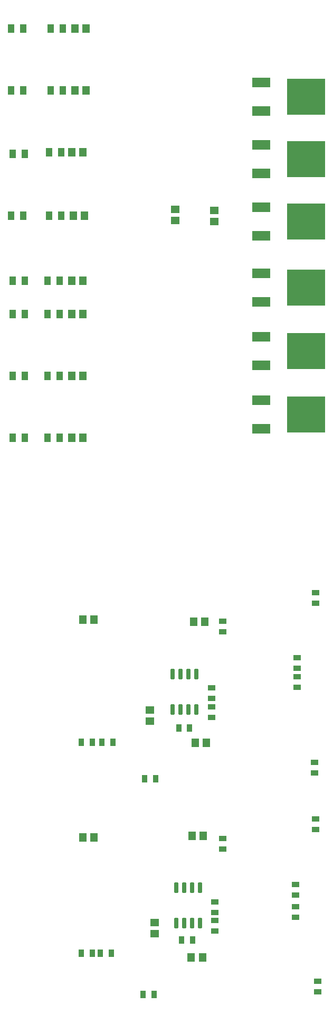
<source format=gbr>
G04 Layer_Color=128*
%FSLAX26Y26*%
%MOIN*%
%TF.FileFunction,Paste,Bot*%
%TF.Part,Single*%
G01*
G75*
%TA.AperFunction,SMDPad,CuDef*%
%ADD12R,0.033465X0.051181*%
%ADD13R,0.051181X0.033465*%
%ADD16R,0.057087X0.045276*%
%ADD17R,0.045276X0.057087*%
%ADD42R,0.118110X0.062992*%
%ADD43R,0.244095X0.228346*%
G04:AMPARAMS|DCode=44|XSize=25.591mil|YSize=64.961mil|CornerRadius=1.919mil|HoleSize=0mil|Usage=FLASHONLY|Rotation=180.000|XOffset=0mil|YOffset=0mil|HoleType=Round|Shape=RoundedRectangle|*
%AMROUNDEDRECTD44*
21,1,0.025591,0.061122,0,0,180.0*
21,1,0.021752,0.064961,0,0,180.0*
1,1,0.003839,-0.010876,0.030561*
1,1,0.003839,0.010876,0.030561*
1,1,0.003839,0.010876,-0.030561*
1,1,0.003839,-0.010876,-0.030561*
%
%ADD44ROUNDEDRECTD44*%
%ADD45R,0.041339X0.055118*%
D12*
X733466Y400000D02*
D03*
X666536D02*
D03*
X546536D02*
D03*
X613464D02*
D03*
X743466Y1730000D02*
D03*
X676536D02*
D03*
X1180040Y483402D02*
D03*
X1246968D02*
D03*
X1162040Y1820402D02*
D03*
X1228968D02*
D03*
X1003464Y140000D02*
D03*
X936536D02*
D03*
X1013464Y1500000D02*
D03*
X946536D02*
D03*
X613464Y1730000D02*
D03*
X546536D02*
D03*
D13*
X2025000Y1181535D02*
D03*
Y1248465D02*
D03*
Y2606535D02*
D03*
Y2673465D02*
D03*
X1900002Y626536D02*
D03*
Y693466D02*
D03*
X1910000Y2263466D02*
D03*
Y2196536D02*
D03*
X1369504Y1886936D02*
D03*
Y1953866D02*
D03*
X1370000Y2006536D02*
D03*
Y2073466D02*
D03*
X1390000Y656536D02*
D03*
Y723466D02*
D03*
X1389504Y539936D02*
D03*
Y606866D02*
D03*
X1438504Y1056938D02*
D03*
Y1123868D02*
D03*
X2040000Y223464D02*
D03*
Y156536D02*
D03*
X2020000Y1603466D02*
D03*
Y1536536D02*
D03*
X1910000Y2143464D02*
D03*
Y2076536D02*
D03*
X1900000Y766536D02*
D03*
Y833466D02*
D03*
X1440000Y2426536D02*
D03*
Y2493464D02*
D03*
D16*
X1385000Y5014568D02*
D03*
Y5085434D02*
D03*
X980000Y1864568D02*
D03*
Y1935434D02*
D03*
X1010000Y524568D02*
D03*
Y595434D02*
D03*
X1139820Y5019814D02*
D03*
Y5090680D02*
D03*
D17*
X1334938Y1728402D02*
D03*
X1264070D02*
D03*
X554584Y2503250D02*
D03*
X625450D02*
D03*
X554568Y1130000D02*
D03*
X625434D02*
D03*
X1310434Y375000D02*
D03*
X1239568D02*
D03*
X1315434Y1140000D02*
D03*
X1244568D02*
D03*
X1325434Y2490000D02*
D03*
X1254568D02*
D03*
X575434Y6230000D02*
D03*
X504568D02*
D03*
X575434Y5840000D02*
D03*
X504568D02*
D03*
X555434Y5450000D02*
D03*
X484568D02*
D03*
X565434Y5050000D02*
D03*
X494568D02*
D03*
X555434Y4430000D02*
D03*
X484568D02*
D03*
X555434Y4640000D02*
D03*
X484568D02*
D03*
X555434Y4040000D02*
D03*
X484568D02*
D03*
X555434Y3650000D02*
D03*
X484568D02*
D03*
D42*
X1681042Y4106350D02*
D03*
Y4286664D02*
D03*
Y3708436D02*
D03*
Y3888752D02*
D03*
X1681040Y5711244D02*
D03*
Y5891558D02*
D03*
Y5316884D02*
D03*
Y5497200D02*
D03*
Y4508750D02*
D03*
Y4689066D02*
D03*
Y4922528D02*
D03*
Y5102844D02*
D03*
D43*
X1964506Y4196508D02*
D03*
Y3798594D02*
D03*
X1964504Y5801402D02*
D03*
Y5407042D02*
D03*
Y4598908D02*
D03*
Y5012686D02*
D03*
D44*
X1122504Y2159624D02*
D03*
X1172504D02*
D03*
X1222504D02*
D03*
X1272504D02*
D03*
X1122504Y1937182D02*
D03*
X1172504D02*
D03*
X1222504D02*
D03*
X1272504D02*
D03*
X1145018Y814472D02*
D03*
X1195018D02*
D03*
X1245018D02*
D03*
X1295018D02*
D03*
X1145018Y592030D02*
D03*
X1195018D02*
D03*
X1245018D02*
D03*
X1295018D02*
D03*
D45*
X177402Y6230000D02*
D03*
X102598D02*
D03*
X352598D02*
D03*
X427402D02*
D03*
X102598Y5840000D02*
D03*
X177402D02*
D03*
X352598D02*
D03*
X427402D02*
D03*
X342598Y5450000D02*
D03*
X417402D02*
D03*
X112598Y5440000D02*
D03*
X187402D02*
D03*
X102598Y5050002D02*
D03*
X177402D02*
D03*
X342598Y5050000D02*
D03*
X417402D02*
D03*
X112598Y4640002D02*
D03*
X187402D02*
D03*
X112598Y4430002D02*
D03*
X187402D02*
D03*
X332598Y4430000D02*
D03*
X407402D02*
D03*
X332598Y4640000D02*
D03*
X407402D02*
D03*
X112598Y4040002D02*
D03*
X187402D02*
D03*
X332598Y4040000D02*
D03*
X407402D02*
D03*
X112598Y3650000D02*
D03*
X187402D02*
D03*
X332598D02*
D03*
X407402D02*
D03*
%TF.MD5,c9f5f32f698d10cd9b2427161294823d*%
M02*

</source>
